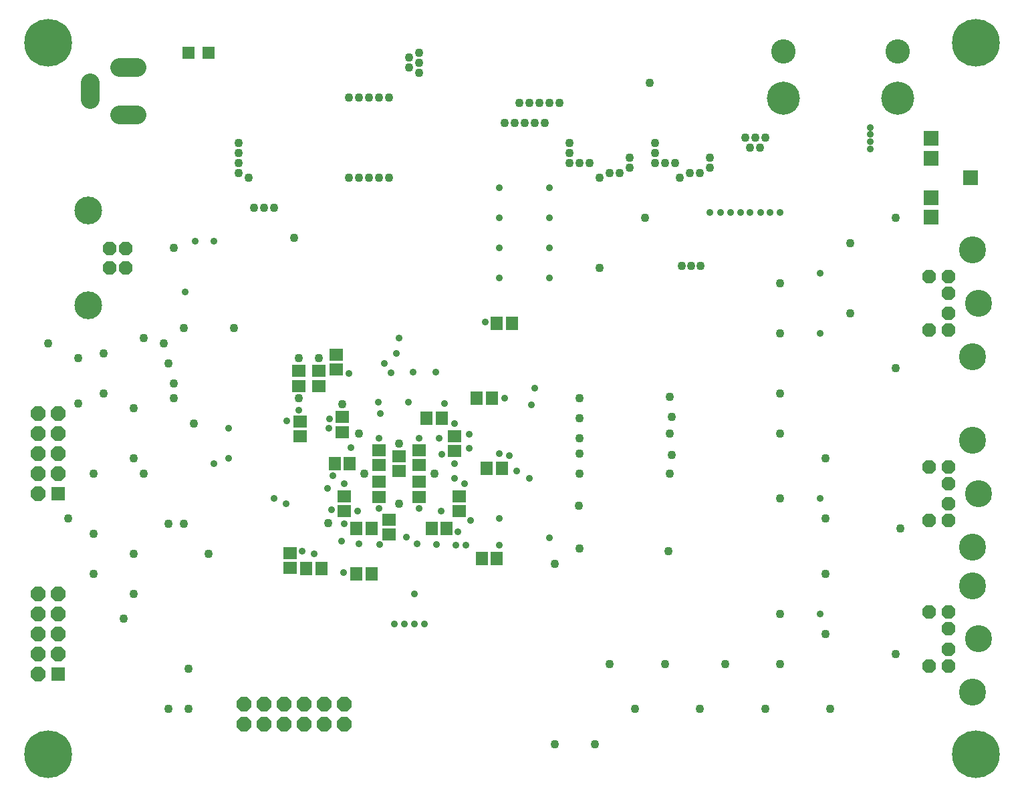
<source format=gbs>
G75*
%MOIN*%
%OFA0B0*%
%FSLAX24Y24*%
%IPPOS*%
%LPD*%
%AMOC8*
5,1,8,0,0,1.08239X$1,22.5*
%
%ADD10OC8,0.0690*%
%ADD11C,0.1386*%
%ADD12C,0.0940*%
%ADD13OC8,0.0671*%
%ADD14C,0.1346*%
%ADD15R,0.0631X0.0631*%
%ADD16R,0.0749X0.0749*%
%ADD17R,0.0671X0.0592*%
%ADD18R,0.0592X0.0671*%
%ADD19R,0.0716X0.0716*%
%ADD20OC8,0.0716*%
%ADD21C,0.2380*%
%ADD22C,0.1651*%
%ADD23C,0.1214*%
%ADD24C,0.0434*%
%ADD25C,0.0356*%
D10*
X005213Y026388D03*
X006000Y026388D03*
X006000Y027372D03*
X005213Y027372D03*
D11*
X004146Y029250D03*
X004146Y024510D03*
D12*
X005716Y034028D02*
X006576Y034028D01*
X004256Y034779D02*
X004256Y035639D01*
X005716Y036390D02*
X006576Y036390D01*
D13*
X046065Y025969D03*
X047050Y025969D03*
X047050Y025142D03*
X047050Y024118D03*
X047050Y023291D03*
X046065Y023291D03*
X046065Y016469D03*
X047050Y016469D03*
X047050Y015642D03*
X047050Y014618D03*
X047050Y013791D03*
X046065Y013791D03*
X046065Y009219D03*
X047050Y009219D03*
X047050Y008392D03*
X047050Y007368D03*
X047050Y006541D03*
X046065Y006541D03*
D14*
X048231Y005223D03*
X048546Y007880D03*
X048231Y010537D03*
X048231Y012473D03*
X048546Y015130D03*
X048231Y017787D03*
X048231Y021973D03*
X048546Y024630D03*
X048231Y027287D03*
D15*
X010138Y037130D03*
X009154Y037130D03*
D16*
X046178Y032849D03*
X046178Y031864D03*
X048146Y030880D03*
X046178Y029896D03*
X046178Y028911D03*
D17*
X022396Y018004D03*
X022396Y017256D03*
X020646Y017293D03*
X020646Y016545D03*
X020646Y015715D03*
X020646Y014967D03*
X019146Y013833D03*
X019146Y013085D03*
X018646Y014967D03*
X018646Y015715D03*
X018646Y016545D03*
X018646Y017293D03*
X019646Y017004D03*
X019646Y016256D03*
X016896Y015004D03*
X016896Y014256D03*
X014191Y012161D03*
X014191Y011413D03*
X014695Y017980D03*
X014695Y018728D03*
X014646Y020506D03*
X014646Y021254D03*
X015646Y021254D03*
X015646Y020506D03*
X016516Y021323D03*
X016516Y022071D03*
X016804Y018951D03*
X016804Y018203D03*
X022646Y015004D03*
X022646Y014256D03*
D18*
X022020Y013380D03*
X021272Y013380D03*
X023772Y011880D03*
X024520Y011880D03*
X024770Y016380D03*
X024022Y016380D03*
X021770Y018880D03*
X021022Y018880D03*
X023522Y019880D03*
X024270Y019880D03*
X024522Y023630D03*
X025270Y023630D03*
X017178Y016612D03*
X016430Y016612D03*
X017522Y013380D03*
X018270Y013380D03*
X018270Y011130D03*
X017522Y011130D03*
X015770Y011380D03*
X015022Y011380D03*
D19*
X002646Y015130D03*
X002646Y006130D03*
D20*
X001646Y006130D03*
X001646Y007130D03*
X001646Y008130D03*
X002646Y008130D03*
X002646Y007130D03*
X002646Y009130D03*
X001646Y009130D03*
X001646Y010130D03*
X002646Y010130D03*
X001646Y015130D03*
X001646Y016130D03*
X002646Y016130D03*
X002646Y017130D03*
X001646Y017130D03*
X001646Y018130D03*
X002646Y018130D03*
X002646Y019130D03*
X001646Y019130D03*
X011896Y004630D03*
X011896Y003630D03*
X012896Y003630D03*
X012896Y004630D03*
X013896Y004630D03*
X013896Y003630D03*
X014896Y003630D03*
X014896Y004630D03*
X015896Y004630D03*
X015896Y003630D03*
X016896Y003630D03*
X016896Y004630D03*
D21*
X002146Y002130D03*
X002146Y037630D03*
X048396Y037630D03*
X048396Y002130D03*
D22*
X044500Y034862D03*
X038792Y034862D03*
D23*
X038792Y037209D03*
X044500Y037209D03*
D24*
X037896Y032880D03*
X037396Y032880D03*
X036896Y032880D03*
X037146Y032380D03*
X037646Y032380D03*
X035146Y031880D03*
X035146Y031380D03*
X034646Y031130D03*
X034146Y031130D03*
X033646Y030880D03*
X033396Y031630D03*
X032896Y031630D03*
X032396Y031630D03*
X032396Y032130D03*
X032396Y032630D03*
X031146Y031880D03*
X031146Y031380D03*
X030646Y031130D03*
X030146Y031130D03*
X029646Y030880D03*
X029146Y031630D03*
X028646Y031630D03*
X028146Y031630D03*
X028146Y032130D03*
X028146Y032630D03*
X026896Y033630D03*
X026396Y033630D03*
X025896Y033630D03*
X025396Y033630D03*
X024896Y033630D03*
X025646Y034630D03*
X026146Y034630D03*
X026646Y034630D03*
X027146Y034630D03*
X027646Y034630D03*
X032146Y035630D03*
X031896Y028880D03*
X033729Y026508D03*
X034201Y026508D03*
X034674Y026508D03*
X038646Y025630D03*
X038646Y023130D03*
X042146Y024130D03*
X044396Y021380D03*
X040896Y016880D03*
X038646Y018130D03*
X038646Y020130D03*
X033126Y019973D03*
X033244Y018949D03*
X033146Y018130D03*
X033244Y017059D03*
X033146Y016130D03*
X028646Y016130D03*
X028646Y017130D03*
X028646Y017880D03*
X028646Y018880D03*
X028646Y019880D03*
X028599Y014539D03*
X028646Y012380D03*
X027396Y011630D03*
X021396Y016130D03*
X019646Y014630D03*
X017896Y016130D03*
X019646Y017630D03*
X017646Y018130D03*
X016804Y019577D03*
X014646Y019880D03*
X014646Y021880D03*
X015646Y021880D03*
X011396Y023380D03*
X008896Y023380D03*
X007896Y022630D03*
X006896Y022880D03*
X008146Y021630D03*
X008396Y020630D03*
X008396Y019880D03*
X009396Y018630D03*
X006396Y019380D03*
X004896Y020130D03*
X003646Y019630D03*
X003646Y021880D03*
X004896Y022130D03*
X002146Y022630D03*
X008396Y027380D03*
X012396Y029380D03*
X012896Y029380D03*
X013396Y029380D03*
X012146Y030880D03*
X011646Y031130D03*
X011646Y031630D03*
X011646Y032130D03*
X011646Y032630D03*
X017146Y030880D03*
X017646Y030880D03*
X018146Y030880D03*
X018646Y030880D03*
X019146Y030880D03*
X014396Y027880D03*
X017146Y034880D03*
X017646Y034880D03*
X018146Y034880D03*
X018646Y034880D03*
X019146Y034880D03*
X020146Y036380D03*
X020646Y036630D03*
X020646Y036130D03*
X020146Y036880D03*
X020646Y037130D03*
X029646Y026380D03*
X042146Y027630D03*
X044396Y028880D03*
X038646Y014880D03*
X040896Y013880D03*
X040896Y011130D03*
X038646Y009130D03*
X040896Y008130D03*
X038646Y006630D03*
X037896Y004380D03*
X035896Y006630D03*
X034646Y004380D03*
X032896Y006630D03*
X031396Y004380D03*
X030146Y006630D03*
X029396Y002630D03*
X027396Y002630D03*
X033087Y012256D03*
X041146Y004380D03*
X044396Y007130D03*
X044646Y013380D03*
X016091Y013673D03*
X010146Y012130D03*
X008896Y013630D03*
X008146Y013630D03*
X006396Y012130D03*
X004396Y011130D03*
X006396Y010130D03*
X005896Y008880D03*
X009146Y006380D03*
X009146Y004380D03*
X008146Y004380D03*
X004396Y013130D03*
X003146Y013880D03*
X004396Y016130D03*
X006396Y016880D03*
X006896Y016130D03*
D25*
X010396Y016630D03*
X011146Y016880D03*
X011146Y018380D03*
X014042Y018752D03*
X014646Y019301D03*
X016170Y018870D03*
X016130Y018398D03*
X017233Y017413D03*
X018646Y017880D03*
X018693Y019118D03*
X018611Y019697D03*
X020107Y019697D03*
X020343Y021193D03*
X019225Y021169D03*
X018896Y021630D03*
X019514Y022130D03*
X019646Y022880D03*
X021485Y021193D03*
X021896Y019630D03*
X022396Y018630D03*
X023138Y018083D03*
X023146Y017380D03*
X022396Y016630D03*
X022396Y015880D03*
X022896Y015630D03*
X021725Y014262D03*
X020646Y014380D03*
X020014Y012945D03*
X020528Y012610D03*
X021506Y012595D03*
X022469Y012571D03*
X022981Y012571D03*
X022587Y013240D03*
X023217Y013791D03*
X024646Y013880D03*
X024634Y012571D03*
X027154Y012925D03*
X026146Y015880D03*
X025514Y016248D03*
X025146Y017020D03*
X024646Y017130D03*
X021764Y017077D03*
X021646Y017880D03*
X020646Y017880D03*
X016896Y015630D03*
X016327Y016036D03*
X016071Y015404D03*
X016260Y014315D03*
X016896Y013630D03*
X016760Y012768D03*
X017646Y012630D03*
X018672Y012595D03*
X016878Y011193D03*
X015396Y012130D03*
X014811Y012264D03*
X014014Y014630D03*
X013396Y014880D03*
X017561Y014264D03*
X018646Y014380D03*
X020396Y010130D03*
X020396Y008630D03*
X019896Y008630D03*
X019396Y008630D03*
X020896Y008630D03*
X026248Y019561D03*
X026396Y020380D03*
X024896Y019880D03*
X023935Y023697D03*
X024646Y025880D03*
X024646Y027380D03*
X024646Y028880D03*
X024646Y030380D03*
X027146Y030380D03*
X027146Y028880D03*
X027146Y027380D03*
X027146Y025880D03*
X035146Y029146D03*
X035658Y029146D03*
X036170Y029146D03*
X036681Y029146D03*
X037154Y029146D03*
X037666Y029146D03*
X038138Y029146D03*
X038650Y029146D03*
X040646Y026130D03*
X040646Y023130D03*
X040646Y014880D03*
X040646Y009130D03*
X017146Y021130D03*
X008965Y025209D03*
X009477Y027728D03*
X010422Y027728D03*
X043138Y032335D03*
X043138Y032689D03*
X043138Y033043D03*
X043138Y033398D03*
M02*

</source>
